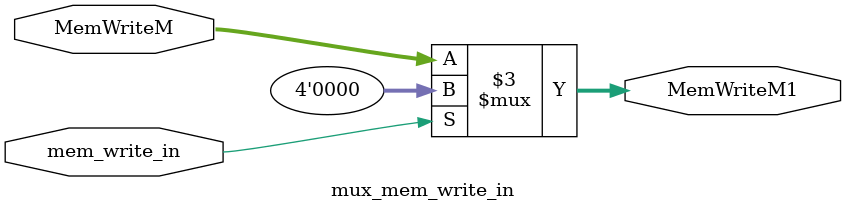
<source format=v>
`timescale 1ns / 1ps
module mux_mem_write_in(
	input wire [3:0]MemWriteM,
	input wire mem_write_in,
	output reg [3:0] MemWriteM1
    );

always @(*)
begin
      if(mem_write_in)
			MemWriteM1 <= 0;
      else
         MemWriteM1 <= MemWriteM;
end
endmodule
</source>
